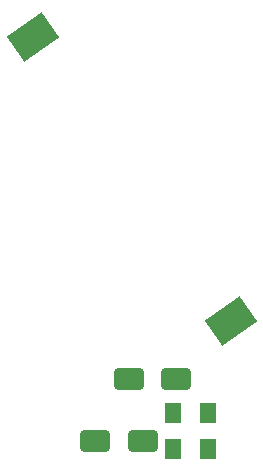
<source format=gbp>
G04 #@! TF.GenerationSoftware,KiCad,Pcbnew,7.0.10-7.0.10~ubuntu20.04.1*
G04 #@! TF.CreationDate,2024-06-08T20:32:56+02:00*
G04 #@! TF.ProjectId,MySMotherboard,4d79534d-6f74-4686-9572-626f6172642e,1.4*
G04 #@! TF.SameCoordinates,Original*
G04 #@! TF.FileFunction,Paste,Bot*
G04 #@! TF.FilePolarity,Positive*
%FSLAX46Y46*%
G04 Gerber Fmt 4.6, Leading zero omitted, Abs format (unit mm)*
G04 Created by KiCad (PCBNEW 7.0.10-7.0.10~ubuntu20.04.1) date 2024-06-08 20:32:56*
%MOMM*%
%LPD*%
G01*
G04 APERTURE LIST*
G04 Aperture macros list*
%AMRoundRect*
0 Rectangle with rounded corners*
0 $1 Rounding radius*
0 $2 $3 $4 $5 $6 $7 $8 $9 X,Y pos of 4 corners*
0 Add a 4 corners polygon primitive as box body*
4,1,4,$2,$3,$4,$5,$6,$7,$8,$9,$2,$3,0*
0 Add four circle primitives for the rounded corners*
1,1,$1+$1,$2,$3*
1,1,$1+$1,$4,$5*
1,1,$1+$1,$6,$7*
1,1,$1+$1,$8,$9*
0 Add four rect primitives between the rounded corners*
20,1,$1+$1,$2,$3,$4,$5,0*
20,1,$1+$1,$4,$5,$6,$7,0*
20,1,$1+$1,$6,$7,$8,$9,0*
20,1,$1+$1,$8,$9,$2,$3,0*%
%AMRotRect*
0 Rectangle, with rotation*
0 The origin of the aperture is its center*
0 $1 length*
0 $2 width*
0 $3 Rotation angle, in degrees counterclockwise*
0 Add horizontal line*
21,1,$1,$2,0,0,$3*%
G04 Aperture macros list end*
%ADD10RotRect,2.600000X3.600000X125.000000*%
%ADD11RoundRect,0.250000X-1.000000X-0.650000X1.000000X-0.650000X1.000000X0.650000X-1.000000X0.650000X0*%
%ADD12RoundRect,0.250001X-0.462499X-0.624999X0.462499X-0.624999X0.462499X0.624999X-0.462499X0.624999X0*%
G04 APERTURE END LIST*
D10*
X140100000Y-85000000D03*
X156905790Y-109001154D03*
D11*
X145425000Y-119175000D03*
X149425000Y-119175000D03*
D12*
X151962500Y-116850000D03*
X154937500Y-116850000D03*
X151962500Y-119900000D03*
X154937500Y-119900000D03*
D11*
X148275000Y-113975000D03*
X152275000Y-113975000D03*
M02*

</source>
